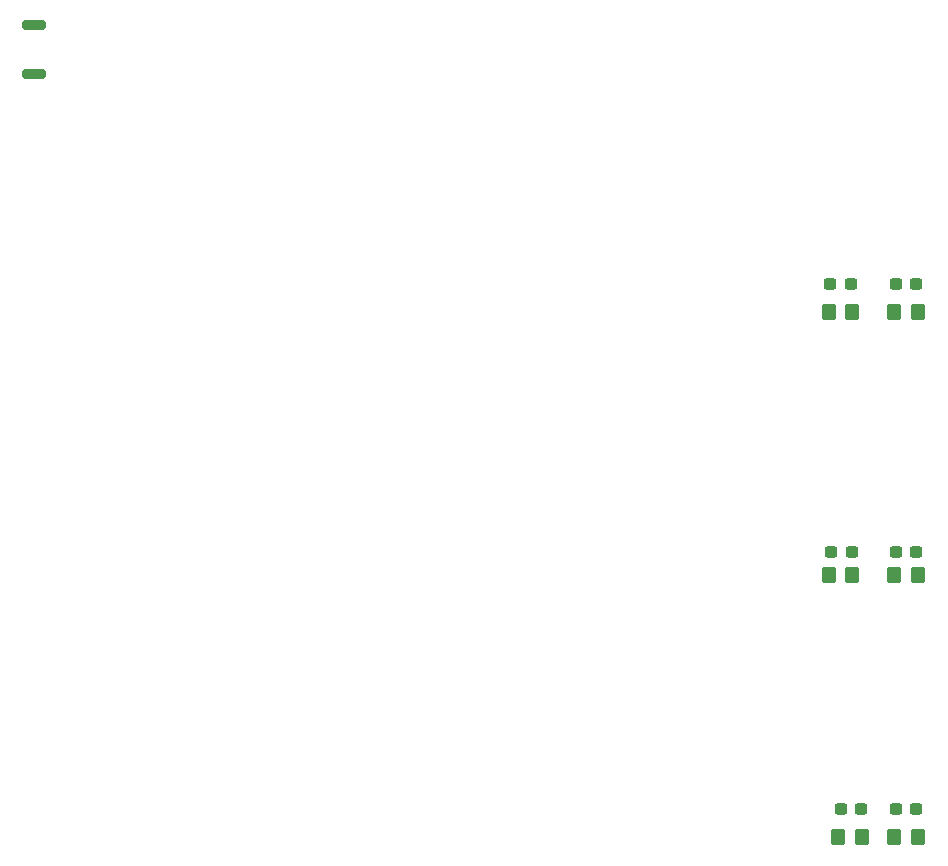
<source format=gtp>
G04 #@! TF.GenerationSoftware,KiCad,Pcbnew,7.0.5*
G04 #@! TF.CreationDate,2023-09-13T23:13:29-07:00*
G04 #@! TF.ProjectId,Custom_KeyPad,43757374-6f6d-45f4-9b65-795061642e6b,rev?*
G04 #@! TF.SameCoordinates,Original*
G04 #@! TF.FileFunction,Paste,Top*
G04 #@! TF.FilePolarity,Positive*
%FSLAX46Y46*%
G04 Gerber Fmt 4.6, Leading zero omitted, Abs format (unit mm)*
G04 Created by KiCad (PCBNEW 7.0.5) date 2023-09-13 23:13:29*
%MOMM*%
%LPD*%
G01*
G04 APERTURE LIST*
G04 Aperture macros list*
%AMRoundRect*
0 Rectangle with rounded corners*
0 $1 Rounding radius*
0 $2 $3 $4 $5 $6 $7 $8 $9 X,Y pos of 4 corners*
0 Add a 4 corners polygon primitive as box body*
4,1,4,$2,$3,$4,$5,$6,$7,$8,$9,$2,$3,0*
0 Add four circle primitives for the rounded corners*
1,1,$1+$1,$2,$3*
1,1,$1+$1,$4,$5*
1,1,$1+$1,$6,$7*
1,1,$1+$1,$8,$9*
0 Add four rect primitives between the rounded corners*
20,1,$1+$1,$2,$3,$4,$5,0*
20,1,$1+$1,$4,$5,$6,$7,0*
20,1,$1+$1,$6,$7,$8,$9,0*
20,1,$1+$1,$8,$9,$2,$3,0*%
G04 Aperture macros list end*
%ADD10RoundRect,0.250000X-0.350000X-0.450000X0.350000X-0.450000X0.350000X0.450000X-0.350000X0.450000X0*%
%ADD11RoundRect,0.237500X-0.300000X-0.237500X0.300000X-0.237500X0.300000X0.237500X-0.300000X0.237500X0*%
%ADD12RoundRect,0.237500X0.300000X0.237500X-0.300000X0.237500X-0.300000X-0.237500X0.300000X-0.237500X0*%
%ADD13RoundRect,0.200000X0.800000X-0.200000X0.800000X0.200000X-0.800000X0.200000X-0.800000X-0.200000X0*%
%ADD14RoundRect,0.250000X0.350000X0.450000X-0.350000X0.450000X-0.350000X-0.450000X0.350000X-0.450000X0*%
G04 APERTURE END LIST*
D10*
X199818750Y-111125000D03*
X201818750Y-111125000D03*
X194262500Y-88900000D03*
X196262500Y-88900000D03*
D11*
X199956250Y-86954230D03*
X201681250Y-86954230D03*
D12*
X201681250Y-64293750D03*
X199956250Y-64293750D03*
D10*
X194262500Y-66675000D03*
X196262500Y-66675000D03*
D13*
X127000000Y-46550000D03*
X127000000Y-42350000D03*
D12*
X201681250Y-108743750D03*
X199956250Y-108743750D03*
D11*
X194464858Y-86954230D03*
X196189858Y-86954230D03*
X194400000Y-64293750D03*
X196125000Y-64293750D03*
D14*
X201818750Y-88900000D03*
X199818750Y-88900000D03*
D10*
X199818750Y-66675000D03*
X201818750Y-66675000D03*
X195056250Y-111125000D03*
X197056250Y-111125000D03*
D11*
X195262500Y-108743750D03*
X196987500Y-108743750D03*
M02*

</source>
